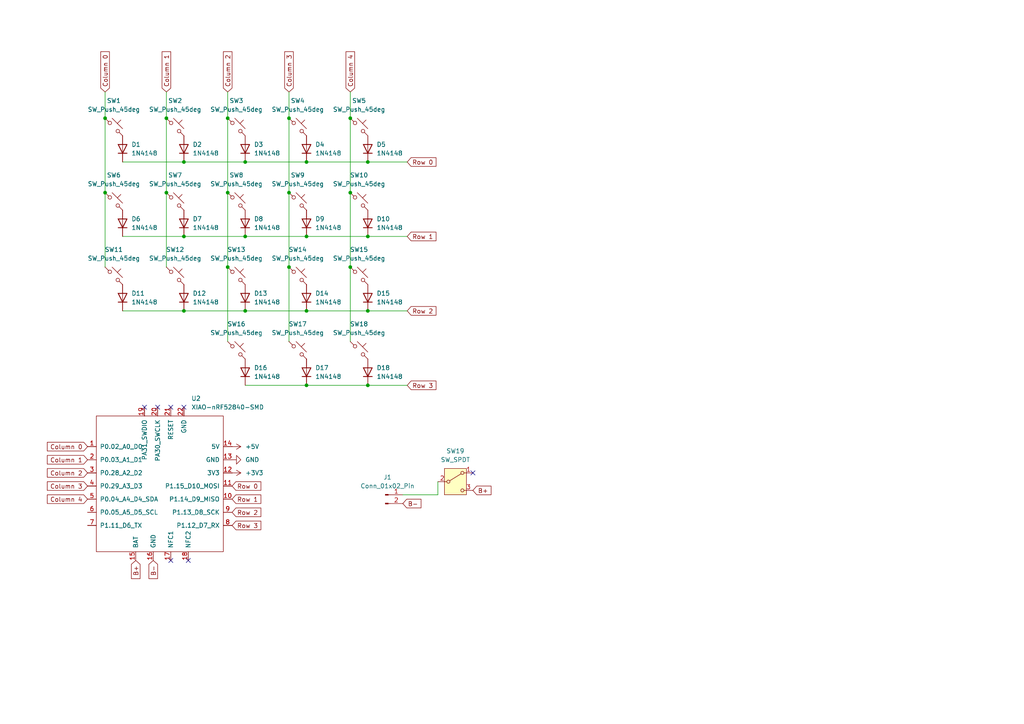
<source format=kicad_sch>
(kicad_sch (version 20250114) (generator "eeschema") (generator_version "9.0")
  (paper "A4")
  (lib_symbols
    (symbol "Connector:Conn_01x02_Pin" (pin_names (offset 1.016) (hide yes))
      (property "Reference" "J" (at 0 2.54 0))
      (property "Value" "Conn_01x02_Pin" (at 0 -5.08 0))
      (symbol "Conn_01x02_Pin_1_1"
        (rectangle (start 0.8636 0.127) (end 0 -0.127) (stroke (width 0.1524)) (fill (type outline)))
        (rectangle (start 0.8636 -2.413) (end 0 -2.667) (stroke (width 0.1524)) (fill (type outline)))
        (polyline (pts (xy 1.27 0) (xy 0.8636 0)) (stroke (width 0.1524)))
        (polyline (pts (xy 1.27 -2.54) (xy 0.8636 -2.54)) (stroke (width 0.1524)))
        (pin passive line (at 5.08 0 180) (length 3.81) (name "Pin_1") (number "1"))
        (pin passive line (at 5.08 -2.54 180) (length 3.81) (name "Pin_2") (number "2"))
      )
    )
    (symbol "Diode:1N4148" (pin_numbers (hide yes)) (pin_names (hide yes))
      (property "Reference" "D" (at 0 2.54 0))
      (property "Value" "1N4148" (at 0 -2.54 0))
      (symbol "1N4148_0_1"
        (polyline (pts (xy -1.27 1.27) (xy -1.27 -1.27)) (stroke (width 0.254)))
        (polyline (pts (xy 1.27 1.27) (xy 1.27 -1.27) (xy -1.27 0) (xy 1.27 1.27)) (stroke (width 0.254)))
        (polyline (pts (xy 1.27 0) (xy -1.27 0)))
      )
      (symbol "1N4148_1_1"
        (pin passive line (at -3.81 0 0) (length 2.54) (name "K") (number "1"))
        (pin passive line (at 3.81 0 180) (length 2.54) (name "A") (number "2"))
      )
    )
    (symbol "OPL_Kicad:XIAO-nRF52840-SMD" (pin_names (offset 1.016))
      (property "Reference" "U" (at -18.542 23.114 0))
      (property "Value" "XIAO-nRF52840-SMD" (at -8.636 21.336 0))
      (symbol "XIAO-nRF52840-SMD_0_1"
        (rectangle (start -19.05 20.32) (end 17.78 -19.05))
      )
      (symbol "XIAO-nRF52840-SMD_1_1"
        (pin passive line (at -21.59 11.43 0) (length 2.54) (name "P0.02_A0_D0") (number "1"))
        (pin passive line (at -21.59 7.62 0) (length 2.54) (name "P0.03_A1_D1") (number "2"))
        (pin passive line (at -21.59 3.81 0) (length 2.54) (name "P0.28_A2_D2") (number "3"))
        (pin passive line (at -21.59 0 0) (length 2.54) (name "P0.29_A3_D3") (number "4"))
        (pin passive line (at -21.59 -3.81 0) (length 2.54) (name "P0.04_A4_D4_SDA") (number "5"))
        (pin passive line (at -21.59 -7.62 0) (length 2.54) (name "P0.05_A5_D5_SCL") (number "6"))
        (pin passive line (at -21.59 -11.43 0) (length 2.54) (name "P1.11_D6_TX") (number "7"))
        (pin passive line (at -7.62 -21.59 90) (length 2.54) (name "BAT") (number "15"))
        (pin passive line (at -5.08 22.86 270) (length 2.54) (name "PA31_SWDIO") (number "19"))
        (pin passive line (at -2.54 -21.59 90) (length 2.54) (name "GND") (number "16"))
        (pin passive line (at -1.27 22.86 270) (length 2.54) (name "PA30_SWCLK") (number "20"))
        (pin passive line (at 2.54 22.86 270) (length 2.54) (name "RESET") (number "21"))
        (pin passive line (at 2.54 -21.59 90) (length 2.54) (name "NFC1") (number "17"))
        (pin passive line (at 6.35 22.86 270) (length 2.54) (name "GND") (number "22"))
        (pin passive line (at 7.62 -21.59 90) (length 2.54) (name "NFC2") (number "18"))
        (pin passive line (at 20.32 11.43 180) (length 2.54) (name "5V") (number "14"))
        (pin passive line (at 20.32 7.62 180) (length 2.54) (name "GND") (number "13"))
        (pin passive line (at 20.32 3.81 180) (length 2.54) (name "3V3") (number "12"))
        (pin passive line (at 20.32 0 180) (length 2.54) (name "P1.15_D10_MOSI") (number "11"))
        (pin passive line (at 20.32 -3.81 180) (length 2.54) (name "P1.14_D9_MISO") (number "10"))
        (pin passive line (at 20.32 -7.62 180) (length 2.54) (name "P1.13_D8_SCK") (number "9"))
        (pin passive line (at 20.32 -11.43 180) (length 2.54) (name "P1.12_D7_RX") (number "8"))
      )
    )
    (symbol "Switch:SW_Push_45deg" (pin_numbers (hide yes)) (pin_names (offset 1.016) (hide yes))
      (property "Reference" "SW" (at 3.048 1.016 0))
      (property "Value" "SW_Push_45deg" (at 0 -3.81 0))
      (symbol "SW_Push_45deg_0_1"
        (polyline (pts (xy -2.54 2.54) (xy -1.524 1.524) (xy -1.524 1.524)))
        (circle (center -1.1684 1.1684) (radius 0.508))
        (polyline (pts (xy -0.508 2.54) (xy 2.54 -0.508)))
        (polyline (pts (xy 1.016 1.016) (xy 2.032 2.032)))
        (circle (center 1.143 -1.1938) (radius 0.508))
        (polyline (pts (xy 1.524 -1.524) (xy 2.54 -2.54) (xy 2.54 -2.54) (xy 2.54 -2.54)))
        (pin passive line (at -2.54 2.54 0) (length 0) (name "1") (number "1"))
        (pin passive line (at 2.54 -2.54 180) (length 0) (name "2") (number "2"))
      )
    )
    (symbol "Switch:SW_SPDT" (pin_names (offset 0) (hide yes))
      (property "Reference" "SW" (at 0 5.08 0))
      (property "Value" "SW_SPDT" (at 0 -5.08 0))
      (symbol "SW_SPDT_0_1"
        (circle (center -2.032 0) (radius 0.4572))
        (polyline (pts (xy -1.651 0.254) (xy 1.651 2.286)))
        (circle (center 2.032 2.54) (radius 0.4572))
        (circle (center 2.032 -2.54) (radius 0.4572))
      )
      (symbol "SW_SPDT_1_1"
        (rectangle (start -3.175 3.81) (end 3.175 -3.81) (fill (type background)))
        (pin passive line (at -5.08 0 0) (length 2.54) (name "B") (number "2"))
        (pin passive line (at 5.08 2.54 180) (length 2.54) (name "A") (number "1"))
        (pin passive line (at 5.08 -2.54 180) (length 2.54) (name "C") (number "3"))
      )
    )
    (symbol "power:+3V3" (power) (pin_numbers (hide yes)) (pin_names (offset 0) (hide yes))
      (property "Value" "+3V3" (at 0 3.556 0))
      (symbol "+3V3_0_1"
        (polyline (pts (xy -0.762 1.27) (xy 0 2.54)))
        (polyline (pts (xy 0 2.54) (xy 0.762 1.27)))
        (polyline (pts (xy 0 0) (xy 0 2.54)))
      )
      (symbol "+3V3_1_1"
        (pin power_in line (at 0 0 90) (length 0) (name "~") (number "1"))
      )
    )
    (symbol "power:+5V" (power) (pin_numbers (hide yes)) (pin_names (offset 0) (hide yes))
      (property "Value" "+5V" (at 0 3.556 0))
      (symbol "+5V_0_1"
        (polyline (pts (xy -0.762 1.27) (xy 0 2.54)))
        (polyline (pts (xy 0 2.54) (xy 0.762 1.27)))
        (polyline (pts (xy 0 0) (xy 0 2.54)))
      )
      (symbol "+5V_1_1"
        (pin power_in line (at 0 0 90) (length 0) (name "~") (number "1"))
      )
    )
    (symbol "power:GND" (power) (pin_numbers (hide yes)) (pin_names (offset 0) (hide yes))
      (property "Value" "GND" (at 0 -3.81 0))
      (symbol "GND_0_1"
        (polyline (pts (xy 0 0) (xy 0 -1.27) (xy 1.27 -1.27) (xy 0 -2.54) (xy -1.27 -1.27) (xy 0 -1.27)))
      )
      (symbol "GND_1_1"
        (pin power_in line (at 0 0 270) (length 0) (name "~") (number "1"))
      )
    )
  )
  (junction (at 88.9 68.58))
  (junction (at 101.6 77.47))
  (junction (at 101.6 55.88))
  (junction (at 71.12 46.99))
  (junction (at 88.9 46.99))
  (junction (at 71.12 90.17))
  (junction (at 71.12 68.58))
  (junction (at 83.82 77.47))
  (junction (at 66.04 34.29))
  (junction (at 106.68 46.99))
  (junction (at 30.48 34.29))
  (junction (at 106.68 68.58))
  (junction (at 88.9 90.17))
  (junction (at 48.26 34.29))
  (junction (at 48.26 55.88))
  (junction (at 101.6 34.29))
  (junction (at 30.48 55.88))
  (junction (at 53.34 68.58))
  (junction (at 106.68 90.17))
  (junction (at 106.68 111.76))
  (junction (at 53.34 90.17))
  (junction (at 83.82 55.88))
  (junction (at 66.04 77.47))
  (junction (at 53.34 46.99))
  (junction (at 66.04 55.88))
  (junction (at 88.9 111.76))
  (junction (at 83.82 34.29))
  (no_connect (at 49.53 162.56))
  (no_connect (at 45.72 118.11))
  (no_connect (at 53.34 118.11))
  (no_connect (at 137.16 137.16))
  (no_connect (at 49.53 118.11))
  (no_connect (at 54.61 162.56))
  (no_connect (at 41.91 118.11))
  (wire (pts (xy 83.82 55.88) (xy 83.82 77.47)))
  (wire (pts (xy 83.82 77.47) (xy 83.82 99.06)))
  (wire (pts (xy 30.48 26.67) (xy 30.48 34.29)))
  (wire (pts (xy 71.12 90.17) (xy 88.9 90.17)))
  (wire (pts (xy 66.04 55.88) (xy 66.04 77.47)))
  (wire (pts (xy 71.12 46.99) (xy 88.9 46.99)))
  (wire (pts (xy 71.12 111.76) (xy 88.9 111.76)))
  (wire (pts (xy 48.26 55.88) (xy 48.26 77.47)))
  (wire (pts (xy 101.6 26.67) (xy 101.6 34.29)))
  (wire (pts (xy 116.84 143.51) (xy 127 143.51)))
  (wire (pts (xy 35.56 68.58) (xy 53.34 68.58)))
  (wire (pts (xy 118.11 46.99) (xy 106.68 46.99)))
  (wire (pts (xy 101.6 55.88) (xy 101.6 77.47)))
  (wire (pts (xy 66.04 77.47) (xy 66.04 99.06)))
  (wire (pts (xy 101.6 34.29) (xy 101.6 55.88)))
  (wire (pts (xy 30.48 34.29) (xy 30.48 55.88)))
  (wire (pts (xy 35.56 46.99) (xy 53.34 46.99)))
  (wire (pts (xy 88.9 68.58) (xy 106.68 68.58)))
  (wire (pts (xy 30.48 55.88) (xy 30.48 77.47)))
  (wire (pts (xy 118.11 68.58) (xy 106.68 68.58)))
  (wire (pts (xy 53.34 68.58) (xy 71.12 68.58)))
  (wire (pts (xy 118.11 111.76) (xy 106.68 111.76)))
  (wire (pts (xy 88.9 46.99) (xy 106.68 46.99)))
  (wire (pts (xy 48.26 34.29) (xy 48.26 55.88)))
  (wire (pts (xy 83.82 26.67) (xy 83.82 34.29)))
  (wire (pts (xy 101.6 77.47) (xy 101.6 99.06)))
  (wire (pts (xy 53.34 46.99) (xy 71.12 46.99)))
  (wire (pts (xy 66.04 34.29) (xy 66.04 55.88)))
  (wire (pts (xy 83.82 34.29) (xy 83.82 55.88)))
  (wire (pts (xy 88.9 111.76) (xy 106.68 111.76)))
  (wire (pts (xy 66.04 26.67) (xy 66.04 34.29)))
  (wire (pts (xy 127 143.51) (xy 127 139.7)))
  (wire (pts (xy 71.12 68.58) (xy 88.9 68.58)))
  (wire (pts (xy 35.56 90.17) (xy 53.34 90.17)))
  (wire (pts (xy 106.68 90.17) (xy 118.11 90.17)))
  (wire (pts (xy 48.26 26.67) (xy 48.26 34.29)))
  (wire (pts (xy 53.34 90.17) (xy 71.12 90.17)))
  (wire (pts (xy 88.9 90.17) (xy 106.68 90.17)))
  (global_label "Row 0" (shape input) (at 118.11 46.99 0) (property "Intersheetrefs" "${INTERSHEET_REFS}" (effects (hide yes))))
  (global_label "Column 4" (shape input) (at 25.4 144.78 180) (property "Intersheetrefs" "${INTERSHEET_REFS}" (effects (hide yes))))
  (global_label "Column 2" (shape input) (at 25.4 137.16 180) (property "Intersheetrefs" "${INTERSHEET_REFS}" (effects (hide yes))))
  (global_label "B+" (shape input) (at 39.37 162.56 270) (property "Intersheetrefs" "${INTERSHEET_REFS}" (effects (hide yes))))
  (global_label "Row 2" (shape input) (at 67.31 148.59 0) (property "Intersheetrefs" "${INTERSHEET_REFS}" (effects (hide yes))))
  (global_label "B-" (shape input) (at 44.45 162.56 270) (property "Intersheetrefs" "${INTERSHEET_REFS}" (effects (hide yes))))
  (global_label "Row 3" (shape input) (at 67.31 152.4 0) (property "Intersheetrefs" "${INTERSHEET_REFS}" (effects (hide yes))))
  (global_label "Row 2" (shape input) (at 118.11 90.17 0) (property "Intersheetrefs" "${INTERSHEET_REFS}" (effects (hide yes))))
  (global_label "Column 0" (shape input) (at 25.4 129.54 180) (property "Intersheetrefs" "${INTERSHEET_REFS}" (effects (hide yes))))
  (global_label "Column 1" (shape input) (at 48.26 26.67 90) (property "Intersheetrefs" "${INTERSHEET_REFS}" (effects (hide yes))))
  (global_label "Row 3" (shape input) (at 118.11 111.76 0) (property "Intersheetrefs" "${INTERSHEET_REFS}" (effects (hide yes))))
  (global_label "B-" (shape input) (at 116.84 146.05 0) (property "Intersheetrefs" "${INTERSHEET_REFS}" (effects (hide yes))))
  (global_label "B+" (shape input) (at 137.16 142.24 0) (property "Intersheetrefs" "${INTERSHEET_REFS}" (effects (hide yes))))
  (global_label "Column 3" (shape input) (at 25.4 140.97 180) (property "Intersheetrefs" "${INTERSHEET_REFS}" (effects (hide yes))))
  (global_label "Row 1" (shape input) (at 118.11 68.58 0) (property "Intersheetrefs" "${INTERSHEET_REFS}" (effects (hide yes))))
  (global_label "Column 3" (shape input) (at 83.82 26.67 90) (property "Intersheetrefs" "${INTERSHEET_REFS}" (effects (hide yes))))
  (global_label "Column 0" (shape input) (at 30.48 26.67 90) (property "Intersheetrefs" "${INTERSHEET_REFS}" (effects (hide yes))))
  (global_label "Row 1" (shape input) (at 67.31 144.78 0) (property "Intersheetrefs" "${INTERSHEET_REFS}" (effects (hide yes))))
  (global_label "Column 2" (shape input) (at 66.04 26.67 90) (property "Intersheetrefs" "${INTERSHEET_REFS}" (effects (hide yes))))
  (global_label "Row 0" (shape input) (at 67.31 140.97 0) (property "Intersheetrefs" "${INTERSHEET_REFS}" (effects (hide yes))))
  (global_label "Column 4" (shape input) (at 101.6 26.67 90) (property "Intersheetrefs" "${INTERSHEET_REFS}" (effects (hide yes))))
  (global_label "Column 1" (shape input) (at 25.4 133.35 180) (property "Intersheetrefs" "${INTERSHEET_REFS}" (effects (hide yes))))
  (symbol (lib_id "Diode:1N4148") (at 53.34 43.18 90) (unit 1)
    (property "Reference" "D2" (at 55.88 41.9099 90) (effects (justify right)))
    (property "Value" "1N4148" (at 55.88 44.4499 90) (effects (justify right)))
    (property "Footprint" "Diode_THT:D_DO-35_SOD27_P7.62mm_Horizontal" (effects (hide yes)))
    (property "Datasheet" "https://assets.nexperia.com/documents/data-sheet/1N4148_1N4448.pdf" (effects (hide yes)))
    (property "Description" "100V 0.15A standard switching diode, DO-35" (effects (hide yes)))
    (property "Sim.Device" "D" (effects (hide yes)))
    (property "Sim.Pins" "1=K 2=A" (effects (hide yes)))
  )
  (symbol (lib_id "Diode:1N4148") (at 71.12 107.95 90) (unit 1)
    (property "Reference" "D16" (at 73.66 106.6799 90) (effects (justify right)))
    (property "Value" "1N4148" (at 73.66 109.2199 90) (effects (justify right)))
    (property "Footprint" "Diode_THT:D_DO-35_SOD27_P7.62mm_Horizontal" (effects (hide yes)))
    (property "Datasheet" "https://assets.nexperia.com/documents/data-sheet/1N4148_1N4448.pdf" (effects (hide yes)))
    (property "Description" "100V 0.15A standard switching diode, DO-35" (effects (hide yes)))
    (property "Sim.Device" "D" (effects (hide yes)))
    (property "Sim.Pins" "1=K 2=A" (effects (hide yes)))
  )
  (symbol (lib_id "Switch:SW_SPDT") (at 132.08 139.7 0) (unit 1)
    (property "Reference" "SW19" (at 132.08 130.81 0))
    (property "Value" "SW_SPDT" (at 132.08 133.35 0))
    (property "Footprint" "Button_Switch_THT:SW_Slide_SPDT_Straight_CK_OS102011MS2Q" (effects (hide yes)))
    (property "Description" "Switch, single pole double throw" (effects (hide yes)))
  )
  (symbol (lib_id "power:+3V3") (at 67.31 137.16 270) (unit 1)
    (property "Reference" "#PWR03" (effects (hide yes)))
    (property "Value" "+3V3" (at 71.12 137.1599 90) (effects (justify left)))
    (property "Description" "Power symbol creates a global label with name \"+3V3\"" (effects (hide yes)))
  )
  (symbol (lib_id "Diode:1N4148") (at 35.56 43.18 90) (unit 1)
    (property "Reference" "D1" (at 38.1 41.9099 90) (effects (justify right)))
    (property "Value" "1N4148" (at 38.1 44.4499 90) (effects (justify right)))
    (property "Footprint" "Diode_THT:D_DO-35_SOD27_P7.62mm_Horizontal" (effects (hide yes)))
    (property "Datasheet" "https://assets.nexperia.com/documents/data-sheet/1N4148_1N4448.pdf" (effects (hide yes)))
    (property "Description" "100V 0.15A standard switching diode, DO-35" (effects (hide yes)))
    (property "Sim.Device" "D" (effects (hide yes)))
    (property "Sim.Pins" "1=K 2=A" (effects (hide yes)))
  )
  (symbol (lib_id "Connector:Conn_01x02_Pin") (at 111.76 143.51 0) (unit 1)
    (property "Reference" "J1" (at 112.395 138.43 0))
    (property "Value" "Conn_01x02_Pin" (at 112.395 140.97 0))
    (property "Footprint" "Connector_PinHeader_2.54mm:PinHeader_1x02_P2.54mm_Vertical" (effects (hide yes)))
    (property "Description" "Generic connector, single row, 01x02, script generated" (effects (hide yes)))
  )
  (symbol (lib_id "Switch:SW_Push_45deg") (at 68.58 36.83 0) (unit 1)
    (property "Reference" "SW3" (at 68.58 29.21 0))
    (property "Value" "SW_Push_45deg" (at 68.58 31.75 0))
    (property "Footprint" "KS33 Solderable:Gateron-KS33-Solderable-1U" (effects (hide yes)))
    (property "Description" "Push button switch, normally open, two pins, 45° tilted" (effects (hide yes)))
  )
  (symbol (lib_id "Diode:1N4148") (at 88.9 43.18 90) (unit 1)
    (property "Reference" "D4" (at 91.44 41.9099 90) (effects (justify right)))
    (property "Value" "1N4148" (at 91.44 44.4499 90) (effects (justify right)))
    (property "Footprint" "Diode_THT:D_DO-35_SOD27_P7.62mm_Horizontal" (effects (hide yes)))
    (property "Datasheet" "https://assets.nexperia.com/documents/data-sheet/1N4148_1N4448.pdf" (effects (hide yes)))
    (property "Description" "100V 0.15A standard switching diode, DO-35" (effects (hide yes)))
    (property "Sim.Device" "D" (effects (hide yes)))
    (property "Sim.Pins" "1=K 2=A" (effects (hide yes)))
  )
  (symbol (lib_id "Diode:1N4148") (at 88.9 107.95 90) (unit 1)
    (property "Reference" "D17" (at 91.44 106.6799 90) (effects (justify right)))
    (property "Value" "1N4148" (at 91.44 109.2199 90) (effects (justify right)))
    (property "Footprint" "Diode_THT:D_DO-35_SOD27_P7.62mm_Horizontal" (effects (hide yes)))
    (property "Datasheet" "https://assets.nexperia.com/documents/data-sheet/1N4148_1N4448.pdf" (effects (hide yes)))
    (property "Description" "100V 0.15A standard switching diode, DO-35" (effects (hide yes)))
    (property "Sim.Device" "D" (effects (hide yes)))
    (property "Sim.Pins" "1=K 2=A" (effects (hide yes)))
  )
  (symbol (lib_id "Diode:1N4148") (at 106.68 107.95 90) (unit 1)
    (property "Reference" "D18" (at 109.22 106.6799 90) (effects (justify right)))
    (property "Value" "1N4148" (at 109.22 109.2199 90) (effects (justify right)))
    (property "Footprint" "Diode_THT:D_DO-35_SOD27_P7.62mm_Horizontal" (effects (hide yes)))
    (property "Datasheet" "https://assets.nexperia.com/documents/data-sheet/1N4148_1N4448.pdf" (effects (hide yes)))
    (property "Description" "100V 0.15A standard switching diode, DO-35" (effects (hide yes)))
    (property "Sim.Device" "D" (effects (hide yes)))
    (property "Sim.Pins" "1=K 2=A" (effects (hide yes)))
  )
  (symbol (lib_id "Switch:SW_Push_45deg") (at 86.36 101.6 0) (unit 1)
    (property "Reference" "SW17" (at 86.36 93.98 0))
    (property "Value" "SW_Push_45deg" (at 86.36 96.52 0))
    (property "Footprint" "KS33 Solderable:Gateron-KS33-Solderable-1U" (effects (hide yes)))
    (property "Description" "Push button switch, normally open, two pins, 45° tilted" (effects (hide yes)))
  )
  (symbol (lib_id "Switch:SW_Push_45deg") (at 104.14 80.01 0) (unit 1)
    (property "Reference" "SW15" (at 104.14 72.39 0))
    (property "Value" "SW_Push_45deg" (at 104.14 74.93 0))
    (property "Footprint" "KS33 Solderable:Gateron-KS33-Solderable-1U" (effects (hide yes)))
    (property "Description" "Push button switch, normally open, two pins, 45° tilted" (effects (hide yes)))
  )
  (symbol (lib_id "Switch:SW_Push_45deg") (at 104.14 58.42 0) (unit 1)
    (property "Reference" "SW10" (at 104.14 50.8 0))
    (property "Value" "SW_Push_45deg" (at 104.14 53.34 0))
    (property "Footprint" "KS33 Solderable:Gateron-KS33-Solderable-1U" (effects (hide yes)))
    (property "Description" "Push button switch, normally open, two pins, 45° tilted" (effects (hide yes)))
  )
  (symbol (lib_id "Switch:SW_Push_45deg") (at 86.36 80.01 0) (unit 1)
    (property "Reference" "SW14" (at 86.36 72.39 0))
    (property "Value" "SW_Push_45deg" (at 86.36 74.93 0))
    (property "Footprint" "KS33 Solderable:Gateron-KS33-Solderable-1U" (effects (hide yes)))
    (property "Description" "Push button switch, normally open, two pins, 45° tilted" (effects (hide yes)))
  )
  (symbol (lib_id "Switch:SW_Push_45deg") (at 50.8 36.83 0) (unit 1)
    (property "Reference" "SW2" (at 50.8 29.21 0))
    (property "Value" "SW_Push_45deg" (at 50.8 31.75 0))
    (property "Footprint" "KS33 Solderable:Gateron-KS33-Solderable-1U" (effects (hide yes)))
    (property "Description" "Push button switch, normally open, two pins, 45° tilted" (effects (hide yes)))
  )
  (symbol (lib_id "Diode:1N4148") (at 88.9 64.77 90) (unit 1)
    (property "Reference" "D9" (at 91.44 63.4999 90) (effects (justify right)))
    (property "Value" "1N4148" (at 91.44 66.0399 90) (effects (justify right)))
    (property "Footprint" "Diode_THT:D_DO-35_SOD27_P7.62mm_Horizontal" (effects (hide yes)))
    (property "Datasheet" "https://assets.nexperia.com/documents/data-sheet/1N4148_1N4448.pdf" (effects (hide yes)))
    (property "Description" "100V 0.15A standard switching diode, DO-35" (effects (hide yes)))
    (property "Sim.Device" "D" (effects (hide yes)))
    (property "Sim.Pins" "1=K 2=A" (effects (hide yes)))
  )
  (symbol (lib_id "Switch:SW_Push_45deg") (at 68.58 58.42 0) (unit 1)
    (property "Reference" "SW8" (at 68.58 50.8 0))
    (property "Value" "SW_Push_45deg" (at 68.58 53.34 0))
    (property "Footprint" "KS33 Solderable:Gateron-KS33-Solderable-1U" (effects (hide yes)))
    (property "Description" "Push button switch, normally open, two pins, 45° tilted" (effects (hide yes)))
  )
  (symbol (lib_id "Switch:SW_Push_45deg") (at 86.36 58.42 0) (unit 1)
    (property "Reference" "SW9" (at 86.36 50.8 0))
    (property "Value" "SW_Push_45deg" (at 86.36 53.34 0))
    (property "Footprint" "KS33 Solderable:Gateron-KS33-Solderable-1U" (effects (hide yes)))
    (property "Description" "Push button switch, normally open, two pins, 45° tilted" (effects (hide yes)))
  )
  (symbol (lib_id "Diode:1N4148") (at 88.9 86.36 90) (unit 1)
    (property "Reference" "D14" (at 91.44 85.0899 90) (effects (justify right)))
    (property "Value" "1N4148" (at 91.44 87.6299 90) (effects (justify right)))
    (property "Footprint" "Diode_THT:D_DO-35_SOD27_P7.62mm_Horizontal" (effects (hide yes)))
    (property "Datasheet" "https://assets.nexperia.com/documents/data-sheet/1N4148_1N4448.pdf" (effects (hide yes)))
    (property "Description" "100V 0.15A standard switching diode, DO-35" (effects (hide yes)))
    (property "Sim.Device" "D" (effects (hide yes)))
    (property "Sim.Pins" "1=K 2=A" (effects (hide yes)))
  )
  (symbol (lib_id "Switch:SW_Push_45deg") (at 50.8 58.42 0) (unit 1)
    (property "Reference" "SW7" (at 50.8 50.8 0))
    (property "Value" "SW_Push_45deg" (at 50.8 53.34 0))
    (property "Footprint" "KS33 Solderable:Gateron-KS33-Solderable-1U" (effects (hide yes)))
    (property "Description" "Push button switch, normally open, two pins, 45° tilted" (effects (hide yes)))
  )
  (symbol (lib_id "power:+5V") (at 67.31 129.54 270) (unit 1)
    (property "Reference" "#PWR01" (effects (hide yes)))
    (property "Value" "+5V" (at 71.12 129.5399 90) (effects (justify left)))
    (property "Description" "Power symbol creates a global label with name \"+5V\"" (effects (hide yes)))
  )
  (symbol (lib_id "Diode:1N4148") (at 106.68 43.18 90) (unit 1)
    (property "Reference" "D5" (at 109.22 41.9099 90) (effects (justify right)))
    (property "Value" "1N4148" (at 109.22 44.4499 90) (effects (justify right)))
    (property "Footprint" "Diode_THT:D_DO-35_SOD27_P7.62mm_Horizontal" (effects (hide yes)))
    (property "Datasheet" "https://assets.nexperia.com/documents/data-sheet/1N4148_1N4448.pdf" (effects (hide yes)))
    (property "Description" "100V 0.15A standard switching diode, DO-35" (effects (hide yes)))
    (property "Sim.Device" "D" (effects (hide yes)))
    (property "Sim.Pins" "1=K 2=A" (effects (hide yes)))
  )
  (symbol (lib_id "Switch:SW_Push_45deg") (at 33.02 80.01 0) (unit 1)
    (property "Reference" "SW11" (at 33.02 72.39 0))
    (property "Value" "SW_Push_45deg" (at 33.02 74.93 0))
    (property "Footprint" "KS33 Solderable:Gateron-KS33-Solderable-1U" (effects (hide yes)))
    (property "Description" "Push button switch, normally open, two pins, 45° tilted" (effects (hide yes)))
  )
  (symbol (lib_id "Diode:1N4148") (at 53.34 86.36 90) (unit 1)
    (property "Reference" "D12" (at 55.88 85.0899 90) (effects (justify right)))
    (property "Value" "1N4148" (at 55.88 87.6299 90) (effects (justify right)))
    (property "Footprint" "Diode_THT:D_DO-35_SOD27_P7.62mm_Horizontal" (effects (hide yes)))
    (property "Datasheet" "https://assets.nexperia.com/documents/data-sheet/1N4148_1N4448.pdf" (effects (hide yes)))
    (property "Description" "100V 0.15A standard switching diode, DO-35" (effects (hide yes)))
    (property "Sim.Device" "D" (effects (hide yes)))
    (property "Sim.Pins" "1=K 2=A" (effects (hide yes)))
  )
  (symbol (lib_id "OPL_Kicad:XIAO-nRF52840-SMD") (at 46.99 140.97 0) (unit 1)
    (property "Reference" "U2" (at 55.4833 115.57 0) (effects (justify left)))
    (property "Value" "XIAO-nRF52840-SMD" (at 55.4833 118.11 0) (effects (justify left)))
    (property "Footprint" "xiao:XIAO-nRF52840-DIP-Batt" (effects (hide yes)))
  )
  (symbol (lib_id "Diode:1N4148") (at 53.34 64.77 90) (unit 1)
    (property "Reference" "D7" (at 55.88 63.4999 90) (effects (justify right)))
    (property "Value" "1N4148" (at 55.88 66.0399 90) (effects (justify right)))
    (property "Footprint" "Diode_THT:D_DO-35_SOD27_P7.62mm_Horizontal" (effects (hide yes)))
    (property "Datasheet" "https://assets.nexperia.com/documents/data-sheet/1N4148_1N4448.pdf" (effects (hide yes)))
    (property "Description" "100V 0.15A standard switching diode, DO-35" (effects (hide yes)))
    (property "Sim.Device" "D" (effects (hide yes)))
    (property "Sim.Pins" "1=K 2=A" (effects (hide yes)))
  )
  (symbol (lib_id "Diode:1N4148") (at 35.56 86.36 90) (unit 1)
    (property "Reference" "D11" (at 38.1 85.0899 90) (effects (justify right)))
    (property "Value" "1N4148" (at 38.1 87.6299 90) (effects (justify right)))
    (property "Footprint" "Diode_THT:D_DO-35_SOD27_P7.62mm_Horizontal" (effects (hide yes)))
    (property "Datasheet" "https://assets.nexperia.com/documents/data-sheet/1N4148_1N4448.pdf" (effects (hide yes)))
    (property "Description" "100V 0.15A standard switching diode, DO-35" (effects (hide yes)))
    (property "Sim.Device" "D" (effects (hide yes)))
    (property "Sim.Pins" "1=K 2=A" (effects (hide yes)))
  )
  (symbol (lib_id "Switch:SW_Push_45deg") (at 68.58 101.6 0) (unit 1)
    (property "Reference" "SW16" (at 68.58 93.98 0))
    (property "Value" "SW_Push_45deg" (at 68.58 96.52 0))
    (property "Footprint" "KS33 Solderable:Gateron-KS33-Solderable-1U" (effects (hide yes)))
    (property "Description" "Push button switch, normally open, two pins, 45° tilted" (effects (hide yes)))
  )
  (symbol (lib_id "Diode:1N4148") (at 71.12 43.18 90) (unit 1)
    (property "Reference" "D3" (at 73.66 41.9099 90) (effects (justify right)))
    (property "Value" "1N4148" (at 73.66 44.4499 90) (effects (justify right)))
    (property "Footprint" "Diode_THT:D_DO-35_SOD27_P7.62mm_Horizontal" (effects (hide yes)))
    (property "Datasheet" "https://assets.nexperia.com/documents/data-sheet/1N4148_1N4448.pdf" (effects (hide yes)))
    (property "Description" "100V 0.15A standard switching diode, DO-35" (effects (hide yes)))
    (property "Sim.Device" "D" (effects (hide yes)))
    (property "Sim.Pins" "1=K 2=A" (effects (hide yes)))
  )
  (symbol (lib_id "Diode:1N4148") (at 106.68 64.77 90) (unit 1)
    (property "Reference" "D10" (at 109.22 63.4999 90) (effects (justify right)))
    (property "Value" "1N4148" (at 109.22 66.0399 90) (effects (justify right)))
    (property "Footprint" "Diode_THT:D_DO-35_SOD27_P7.62mm_Horizontal" (effects (hide yes)))
    (property "Datasheet" "https://assets.nexperia.com/documents/data-sheet/1N4148_1N4448.pdf" (effects (hide yes)))
    (property "Description" "100V 0.15A standard switching diode, DO-35" (effects (hide yes)))
    (property "Sim.Device" "D" (effects (hide yes)))
    (property "Sim.Pins" "1=K 2=A" (effects (hide yes)))
  )
  (symbol (lib_id "Diode:1N4148") (at 71.12 86.36 90) (unit 1)
    (property "Reference" "D13" (at 73.66 85.0899 90) (effects (justify right)))
    (property "Value" "1N4148" (at 73.66 87.6299 90) (effects (justify right)))
    (property "Footprint" "Diode_THT:D_DO-35_SOD27_P7.62mm_Horizontal" (effects (hide yes)))
    (property "Datasheet" "https://assets.nexperia.com/documents/data-sheet/1N4148_1N4448.pdf" (effects (hide yes)))
    (property "Description" "100V 0.15A standard switching diode, DO-35" (effects (hide yes)))
    (property "Sim.Device" "D" (effects (hide yes)))
    (property "Sim.Pins" "1=K 2=A" (effects (hide yes)))
  )
  (symbol (lib_id "Switch:SW_Push_45deg") (at 104.14 101.6 0) (unit 1)
    (property "Reference" "SW18" (at 104.14 93.98 0))
    (property "Value" "SW_Push_45deg" (at 104.14 96.52 0))
    (property "Footprint" "KS33 Solderable:Gateron-KS33-Solderable-1U" (effects (hide yes)))
    (property "Description" "Push button switch, normally open, two pins, 45° tilted" (effects (hide yes)))
  )
  (symbol (lib_id "Switch:SW_Push_45deg") (at 104.14 36.83 0) (unit 1)
    (property "Reference" "SW5" (at 104.14 29.21 0))
    (property "Value" "SW_Push_45deg" (at 104.14 31.75 0))
    (property "Footprint" "KS33 Solderable:Gateron-KS33-Solderable-1U" (effects (hide yes)))
    (property "Description" "Push button switch, normally open, two pins, 45° tilted" (effects (hide yes)))
  )
  (symbol (lib_id "power:GND") (at 67.31 133.35 90) (unit 1)
    (property "Reference" "#PWR02" (effects (hide yes)))
    (property "Value" "GND" (at 71.12 133.3499 90) (effects (justify right)))
    (property "Description" "Power symbol creates a global label with name \"GND\" , ground" (effects (hide yes)))
  )
  (symbol (lib_id "Diode:1N4148") (at 106.68 86.36 90) (unit 1)
    (property "Reference" "D15" (at 109.22 85.0899 90) (effects (justify right)))
    (property "Value" "1N4148" (at 109.22 87.6299 90) (effects (justify right)))
    (property "Footprint" "Diode_THT:D_DO-35_SOD27_P7.62mm_Horizontal" (effects (hide yes)))
    (property "Datasheet" "https://assets.nexperia.com/documents/data-sheet/1N4148_1N4448.pdf" (effects (hide yes)))
    (property "Description" "100V 0.15A standard switching diode, DO-35" (effects (hide yes)))
    (property "Sim.Device" "D" (effects (hide yes)))
    (property "Sim.Pins" "1=K 2=A" (effects (hide yes)))
  )
  (symbol (lib_id "Switch:SW_Push_45deg") (at 68.58 80.01 0) (unit 1)
    (property "Reference" "SW13" (at 68.58 72.39 0))
    (property "Value" "SW_Push_45deg" (at 68.58 74.93 0))
    (property "Footprint" "KS33 Solderable:Gateron-KS33-Solderable-1U" (effects (hide yes)))
    (property "Description" "Push button switch, normally open, two pins, 45° tilted" (effects (hide yes)))
  )
  (symbol (lib_id "Diode:1N4148") (at 71.12 64.77 90) (unit 1)
    (property "Reference" "D8" (at 73.66 63.4999 90) (effects (justify right)))
    (property "Value" "1N4148" (at 73.66 66.0399 90) (effects (justify right)))
    (property "Footprint" "Diode_THT:D_DO-35_SOD27_P7.62mm_Horizontal" (effects (hide yes)))
    (property "Datasheet" "https://assets.nexperia.com/documents/data-sheet/1N4148_1N4448.pdf" (effects (hide yes)))
    (property "Description" "100V 0.15A standard switching diode, DO-35" (effects (hide yes)))
    (property "Sim.Device" "D" (effects (hide yes)))
    (property "Sim.Pins" "1=K 2=A" (effects (hide yes)))
  )
  (symbol (lib_id "Switch:SW_Push_45deg") (at 33.02 36.83 0) (unit 1)
    (property "Reference" "SW1" (at 33.02 29.21 0))
    (property "Value" "SW_Push_45deg" (at 33.02 31.75 0))
    (property "Footprint" "KS33 Solderable:Gateron-KS33-Solderable-1U" (effects (hide yes)))
    (property "Description" "Push button switch, normally open, two pins, 45° tilted" (effects (hide yes)))
  )
  (symbol (lib_id "Switch:SW_Push_45deg") (at 86.36 36.83 0) (unit 1)
    (property "Reference" "SW4" (at 86.36 29.21 0))
    (property "Value" "SW_Push_45deg" (at 86.36 31.75 0))
    (property "Footprint" "KS33 Solderable:Gateron-KS33-Solderable-1U" (effects (hide yes)))
    (property "Description" "Push button switch, normally open, two pins, 45° tilted" (effects (hide yes)))
  )
  (symbol (lib_id "Switch:SW_Push_45deg") (at 50.8 80.01 0) (unit 1)
    (property "Reference" "SW12" (at 50.8 72.39 0))
    (property "Value" "SW_Push_45deg" (at 50.8 74.93 0))
    (property "Footprint" "KS33 Solderable:Gateron-KS33-Solderable-1U" (effects (hide yes)))
    (property "Description" "Push button switch, normally open, two pins, 45° tilted" (effects (hide yes)))
  )
  (symbol (lib_id "Switch:SW_Push_45deg") (at 33.02 58.42 0) (unit 1)
    (property "Reference" "SW6" (at 33.02 50.8 0))
    (property "Value" "SW_Push_45deg" (at 33.02 53.34 0))
    (property "Footprint" "KS33 Solderable:Gateron-KS33-Solderable-1U" (effects (hide yes)))
    (property "Description" "Push button switch, normally open, two pins, 45° tilted" (effects (hide yes)))
  )
  (symbol (lib_id "Diode:1N4148") (at 35.56 64.77 90) (unit 1)
    (property "Reference" "D6" (at 38.1 63.4999 90) (effects (justify right)))
    (property "Value" "1N4148" (at 38.1 66.0399 90) (effects (justify right)))
    (property "Footprint" "Diode_THT:D_DO-35_SOD27_P7.62mm_Horizontal" (effects (hide yes)))
    (property "Datasheet" "https://assets.nexperia.com/documents/data-sheet/1N4148_1N4448.pdf" (effects (hide yes)))
    (property "Description" "100V 0.15A standard switching diode, DO-35" (effects (hide yes)))
    (property "Sim.Device" "D" (effects (hide yes)))
    (property "Sim.Pins" "1=K 2=A" (effects (hide yes)))
  )
)
</source>
